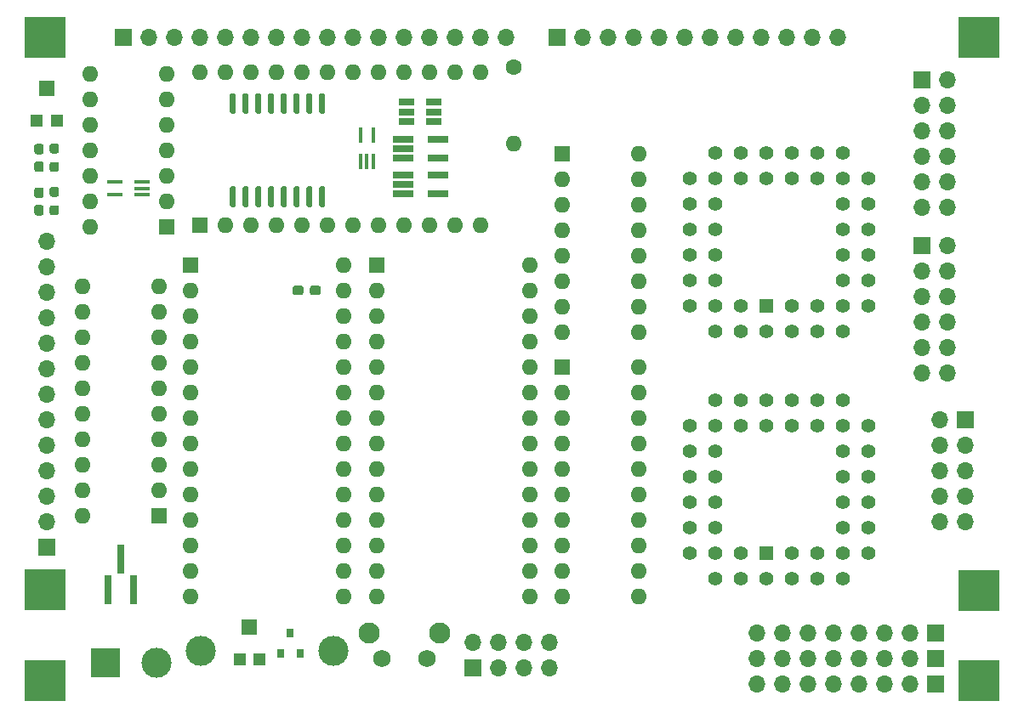
<source format=gts>
G04 #@! TF.GenerationSoftware,KiCad,Pcbnew,5.1.9*
G04 #@! TF.CreationDate,2021-05-01T23:47:32-07:00*
G04 #@! TF.ProjectId,P80C550-EVN,50383043-3535-4302-9d45-564e2e6b6963,rev?*
G04 #@! TF.SameCoordinates,Original*
G04 #@! TF.FileFunction,Soldermask,Top*
G04 #@! TF.FilePolarity,Negative*
%FSLAX46Y46*%
G04 Gerber Fmt 4.6, Leading zero omitted, Abs format (unit mm)*
G04 Created by KiCad (PCBNEW 5.1.9) date 2021-05-01 23:47:32*
%MOMM*%
%LPD*%
G01*
G04 APERTURE LIST*
%ADD10O,1.700000X1.700000*%
%ADD11R,1.700000X1.700000*%
%ADD12R,3.000000X3.000000*%
%ADD13C,3.000000*%
%ADD14R,0.400000X1.500000*%
%ADD15R,2.000000X0.650000*%
%ADD16R,1.560000X0.650000*%
%ADD17R,1.500000X0.400000*%
%ADD18R,0.650000X3.000000*%
%ADD19R,1.600000X1.500000*%
%ADD20R,1.200000X1.200000*%
%ADD21R,0.800000X0.900000*%
%ADD22R,4.100000X4.100000*%
%ADD23R,1.422400X1.422400*%
%ADD24C,1.422400*%
%ADD25O,1.600000X1.600000*%
%ADD26R,1.600000X1.600000*%
%ADD27C,2.100000*%
%ADD28C,1.750000*%
%ADD29C,1.600000*%
%ADD30R,4.099999X4.099999*%
G04 APERTURE END LIST*
D10*
X101105000Y-96099000D03*
X101105000Y-98639000D03*
X101105000Y-101179000D03*
X101105000Y-103719000D03*
X101105000Y-106259000D03*
X101105000Y-108799000D03*
X101105000Y-111339000D03*
X101105000Y-113879000D03*
X101105000Y-116419000D03*
X101105000Y-118959000D03*
X101105000Y-121499000D03*
X101105000Y-124039000D03*
D11*
X101105000Y-126579000D03*
D12*
X106934000Y-138049000D03*
D13*
X112014000Y-138049000D03*
D14*
X132304000Y-88138000D03*
X132954000Y-88138000D03*
X133604000Y-88138000D03*
X133604000Y-85478000D03*
X132304000Y-85478000D03*
D15*
X140013000Y-89474000D03*
X140013000Y-91374000D03*
X136593000Y-91374000D03*
X136593000Y-90424000D03*
X136593000Y-89474000D03*
X140013000Y-85918000D03*
X140013000Y-87818000D03*
X136593000Y-87818000D03*
X136593000Y-86868000D03*
X136593000Y-85918000D03*
D16*
X136953000Y-83185000D03*
X136953000Y-84135000D03*
X136953000Y-82235000D03*
X139653000Y-82235000D03*
X139653000Y-83185000D03*
X139653000Y-84135000D03*
D17*
X107890000Y-91455000D03*
X107890000Y-90155000D03*
X110550000Y-90155000D03*
X110550000Y-90805000D03*
X110550000Y-91455000D03*
D18*
X108483400Y-127760600D03*
X109753400Y-130760600D03*
X107213400Y-130760600D03*
G36*
G01*
X101616500Y-92500000D02*
X102091500Y-92500000D01*
G75*
G02*
X102329000Y-92737500I0J-237500D01*
G01*
X102329000Y-93237500D01*
G75*
G02*
X102091500Y-93475000I-237500J0D01*
G01*
X101616500Y-93475000D01*
G75*
G02*
X101379000Y-93237500I0J237500D01*
G01*
X101379000Y-92737500D01*
G75*
G02*
X101616500Y-92500000I237500J0D01*
G01*
G37*
G36*
G01*
X101616500Y-90675000D02*
X102091500Y-90675000D01*
G75*
G02*
X102329000Y-90912500I0J-237500D01*
G01*
X102329000Y-91412500D01*
G75*
G02*
X102091500Y-91650000I-237500J0D01*
G01*
X101616500Y-91650000D01*
G75*
G02*
X101379000Y-91412500I0J237500D01*
G01*
X101379000Y-90912500D01*
G75*
G02*
X101616500Y-90675000I237500J0D01*
G01*
G37*
G36*
G01*
X101616500Y-88182000D02*
X102091500Y-88182000D01*
G75*
G02*
X102329000Y-88419500I0J-237500D01*
G01*
X102329000Y-88919500D01*
G75*
G02*
X102091500Y-89157000I-237500J0D01*
G01*
X101616500Y-89157000D01*
G75*
G02*
X101379000Y-88919500I0J237500D01*
G01*
X101379000Y-88419500D01*
G75*
G02*
X101616500Y-88182000I237500J0D01*
G01*
G37*
G36*
G01*
X101616500Y-86357000D02*
X102091500Y-86357000D01*
G75*
G02*
X102329000Y-86594500I0J-237500D01*
G01*
X102329000Y-87094500D01*
G75*
G02*
X102091500Y-87332000I-237500J0D01*
G01*
X101616500Y-87332000D01*
G75*
G02*
X101379000Y-87094500I0J237500D01*
G01*
X101379000Y-86594500D01*
G75*
G02*
X101616500Y-86357000I237500J0D01*
G01*
G37*
G36*
G01*
X100092500Y-92461800D02*
X100567500Y-92461800D01*
G75*
G02*
X100805000Y-92699300I0J-237500D01*
G01*
X100805000Y-93274300D01*
G75*
G02*
X100567500Y-93511800I-237500J0D01*
G01*
X100092500Y-93511800D01*
G75*
G02*
X99855000Y-93274300I0J237500D01*
G01*
X99855000Y-92699300D01*
G75*
G02*
X100092500Y-92461800I237500J0D01*
G01*
G37*
G36*
G01*
X100092500Y-90711800D02*
X100567500Y-90711800D01*
G75*
G02*
X100805000Y-90949300I0J-237500D01*
G01*
X100805000Y-91524300D01*
G75*
G02*
X100567500Y-91761800I-237500J0D01*
G01*
X100092500Y-91761800D01*
G75*
G02*
X99855000Y-91524300I0J237500D01*
G01*
X99855000Y-90949300D01*
G75*
G02*
X100092500Y-90711800I237500J0D01*
G01*
G37*
G36*
G01*
X100092500Y-86371000D02*
X100567500Y-86371000D01*
G75*
G02*
X100805000Y-86608500I0J-237500D01*
G01*
X100805000Y-87183500D01*
G75*
G02*
X100567500Y-87421000I-237500J0D01*
G01*
X100092500Y-87421000D01*
G75*
G02*
X99855000Y-87183500I0J237500D01*
G01*
X99855000Y-86608500D01*
G75*
G02*
X100092500Y-86371000I237500J0D01*
G01*
G37*
G36*
G01*
X100092500Y-88121000D02*
X100567500Y-88121000D01*
G75*
G02*
X100805000Y-88358500I0J-237500D01*
G01*
X100805000Y-88933500D01*
G75*
G02*
X100567500Y-89171000I-237500J0D01*
G01*
X100092500Y-89171000D01*
G75*
G02*
X99855000Y-88933500I0J237500D01*
G01*
X99855000Y-88358500D01*
G75*
G02*
X100092500Y-88121000I237500J0D01*
G01*
G37*
D19*
X101092000Y-80846000D03*
D20*
X102092000Y-84096000D03*
X100092000Y-84096000D03*
D21*
X125349000Y-135128000D03*
X126299000Y-137128000D03*
X124399000Y-137128000D03*
D10*
X190005000Y-124039000D03*
X192545000Y-124039000D03*
X190005000Y-121499000D03*
X192545000Y-121499000D03*
X190005000Y-118959000D03*
X192545000Y-118959000D03*
X190005000Y-116419000D03*
X192545000Y-116419000D03*
X190005000Y-113879000D03*
D11*
X192545000Y-113879000D03*
D22*
X193925000Y-139827000D03*
X100925000Y-139827000D03*
D10*
X151130000Y-136017000D03*
X151130000Y-138557000D03*
X148590000Y-136017000D03*
X148590000Y-138557000D03*
X146050000Y-136017000D03*
X146050000Y-138557000D03*
X143510000Y-136017000D03*
D11*
X143510000Y-138557000D03*
X188214000Y-80010000D03*
D10*
X190754000Y-80010000D03*
X188214000Y-82550000D03*
X190754000Y-82550000D03*
X188214000Y-85090000D03*
X190754000Y-85090000D03*
X188214000Y-87630000D03*
X190754000Y-87630000D03*
X188214000Y-90170000D03*
X190754000Y-90170000D03*
X188214000Y-92710000D03*
X190754000Y-92710000D03*
D23*
X172720000Y-127127000D03*
D24*
X175260000Y-127127000D03*
X177800000Y-127127000D03*
X170180000Y-127127000D03*
X167640000Y-127127000D03*
X175260000Y-129667000D03*
X177800000Y-129667000D03*
X180340000Y-129667000D03*
X172720000Y-129667000D03*
X170180000Y-129667000D03*
X180340000Y-127127000D03*
X180340000Y-124587000D03*
X180340000Y-122047000D03*
X180340000Y-119507000D03*
X180340000Y-116967000D03*
X182880000Y-127127000D03*
X182880000Y-124587000D03*
X182880000Y-122047000D03*
X182880000Y-119507000D03*
X182880000Y-116967000D03*
X182880000Y-114427000D03*
X180340000Y-114427000D03*
X177800000Y-114427000D03*
X175260000Y-114427000D03*
X172720000Y-114427000D03*
X170180000Y-114427000D03*
X165100000Y-114427000D03*
X180340000Y-111887000D03*
X177800000Y-111887000D03*
X175260000Y-111887000D03*
X172720000Y-111887000D03*
X170180000Y-111887000D03*
X167640000Y-111887000D03*
X167640000Y-114427000D03*
X167640000Y-116967000D03*
X167640000Y-119507000D03*
X167640000Y-122047000D03*
X167640000Y-124587000D03*
X167640000Y-129667000D03*
X165100000Y-116967000D03*
X165100000Y-119507000D03*
X165100000Y-122047000D03*
X165100000Y-124587000D03*
X165100000Y-127127000D03*
D10*
X171831000Y-140208000D03*
X174371000Y-140208000D03*
X176911000Y-140208000D03*
X179451000Y-140208000D03*
X181991000Y-140208000D03*
X184531000Y-140208000D03*
X187071000Y-140208000D03*
D11*
X189611000Y-140208000D03*
D24*
X165100000Y-102489000D03*
X165100000Y-99949000D03*
X165100000Y-97409000D03*
X165100000Y-94869000D03*
X165100000Y-92329000D03*
X167640000Y-105029000D03*
X167640000Y-99949000D03*
X167640000Y-97409000D03*
X167640000Y-94869000D03*
X167640000Y-92329000D03*
X167640000Y-89789000D03*
X167640000Y-87249000D03*
X170180000Y-87249000D03*
X172720000Y-87249000D03*
X175260000Y-87249000D03*
X177800000Y-87249000D03*
X180340000Y-87249000D03*
X165100000Y-89789000D03*
X170180000Y-89789000D03*
X172720000Y-89789000D03*
X175260000Y-89789000D03*
X177800000Y-89789000D03*
X180340000Y-89789000D03*
X182880000Y-89789000D03*
X182880000Y-92329000D03*
X182880000Y-94869000D03*
X182880000Y-97409000D03*
X182880000Y-99949000D03*
X182880000Y-102489000D03*
X180340000Y-92329000D03*
X180340000Y-94869000D03*
X180340000Y-97409000D03*
X180340000Y-99949000D03*
X180340000Y-102489000D03*
X170180000Y-105029000D03*
X172720000Y-105029000D03*
X180340000Y-105029000D03*
X177800000Y-105029000D03*
X175260000Y-105029000D03*
X167640000Y-102489000D03*
X170180000Y-102489000D03*
X177800000Y-102489000D03*
X175260000Y-102489000D03*
D23*
X172720000Y-102489000D03*
D25*
X116332000Y-79248000D03*
X144272000Y-94488000D03*
X118872000Y-79248000D03*
X141732000Y-94488000D03*
X121412000Y-79248000D03*
X139192000Y-94488000D03*
X123952000Y-79248000D03*
X136652000Y-94488000D03*
X126492000Y-79248000D03*
X134112000Y-94488000D03*
X129032000Y-79248000D03*
X131572000Y-94488000D03*
X131572000Y-79248000D03*
X129032000Y-94488000D03*
X134112000Y-79248000D03*
X126492000Y-94488000D03*
X136652000Y-79248000D03*
X123952000Y-94488000D03*
X139192000Y-79248000D03*
X121412000Y-94488000D03*
X141732000Y-79248000D03*
X118872000Y-94488000D03*
X144272000Y-79248000D03*
D26*
X116332000Y-94488000D03*
D19*
X121285000Y-134493000D03*
D20*
X122285000Y-137743000D03*
X120285000Y-137743000D03*
D13*
X116463000Y-136906000D03*
X129663000Y-136906000D03*
D10*
X171831000Y-137668000D03*
X174371000Y-137668000D03*
X176911000Y-137668000D03*
X179451000Y-137668000D03*
X181991000Y-137668000D03*
X184531000Y-137668000D03*
X187071000Y-137668000D03*
D11*
X189611000Y-137668000D03*
D10*
X171831000Y-135128000D03*
X174371000Y-135128000D03*
X176911000Y-135128000D03*
X179451000Y-135128000D03*
X181991000Y-135128000D03*
X184531000Y-135128000D03*
X187071000Y-135128000D03*
D11*
X189611000Y-135128000D03*
D26*
X133959600Y-98425000D03*
D25*
X149199600Y-131445000D03*
X133959600Y-100965000D03*
X149199600Y-128905000D03*
X133959600Y-103505000D03*
X149199600Y-126365000D03*
X133959600Y-106045000D03*
X149199600Y-123825000D03*
X133959600Y-108585000D03*
X149199600Y-121285000D03*
X133959600Y-111125000D03*
X149199600Y-118745000D03*
X133959600Y-113665000D03*
X149199600Y-116205000D03*
X133959600Y-116205000D03*
X149199600Y-113665000D03*
X133959600Y-118745000D03*
X149199600Y-111125000D03*
X133959600Y-121285000D03*
X149199600Y-108585000D03*
X133959600Y-123825000D03*
X149199600Y-106045000D03*
X133959600Y-126365000D03*
X149199600Y-103505000D03*
X133959600Y-128905000D03*
X149199600Y-100965000D03*
X133959600Y-131445000D03*
X149199600Y-98425000D03*
D27*
X133178000Y-135128000D03*
D28*
X134438000Y-137618000D03*
X138938000Y-137618000D03*
D27*
X140188000Y-135128000D03*
D11*
X188214000Y-96520000D03*
D10*
X190754000Y-96520000D03*
X188214000Y-99060000D03*
X190754000Y-99060000D03*
X188214000Y-101600000D03*
X190754000Y-101600000D03*
X188214000Y-104140000D03*
X190754000Y-104140000D03*
X188214000Y-106680000D03*
X190754000Y-106680000D03*
X188214000Y-109220000D03*
X190754000Y-109220000D03*
G36*
G01*
X128373500Y-100727500D02*
X128373500Y-101202500D01*
G75*
G02*
X128136000Y-101440000I-237500J0D01*
G01*
X127536000Y-101440000D01*
G75*
G02*
X127298500Y-101202500I0J237500D01*
G01*
X127298500Y-100727500D01*
G75*
G02*
X127536000Y-100490000I237500J0D01*
G01*
X128136000Y-100490000D01*
G75*
G02*
X128373500Y-100727500I0J-237500D01*
G01*
G37*
G36*
G01*
X126648500Y-100727500D02*
X126648500Y-101202500D01*
G75*
G02*
X126411000Y-101440000I-237500J0D01*
G01*
X125811000Y-101440000D01*
G75*
G02*
X125573500Y-101202500I0J237500D01*
G01*
X125573500Y-100727500D01*
G75*
G02*
X125811000Y-100490000I237500J0D01*
G01*
X126411000Y-100490000D01*
G75*
G02*
X126648500Y-100727500I0J-237500D01*
G01*
G37*
D25*
X147574000Y-86360000D03*
D29*
X147574000Y-78740000D03*
D11*
X151905000Y-75779000D03*
D10*
X154445000Y-75779000D03*
X156985000Y-75779000D03*
X159525000Y-75779000D03*
X162065000Y-75779000D03*
X164605000Y-75779000D03*
X167145000Y-75779000D03*
X169685000Y-75779000D03*
X172225000Y-75779000D03*
X174765000Y-75779000D03*
X177305000Y-75779000D03*
X179845000Y-75779000D03*
D25*
X130683000Y-98425000D03*
X115443000Y-131445000D03*
X130683000Y-100965000D03*
X115443000Y-128905000D03*
X130683000Y-103505000D03*
X115443000Y-126365000D03*
X130683000Y-106045000D03*
X115443000Y-123825000D03*
X130683000Y-108585000D03*
X115443000Y-121285000D03*
X130683000Y-111125000D03*
X115443000Y-118745000D03*
X130683000Y-113665000D03*
X115443000Y-116205000D03*
X130683000Y-116205000D03*
X115443000Y-113665000D03*
X130683000Y-118745000D03*
X115443000Y-111125000D03*
X130683000Y-121285000D03*
X115443000Y-108585000D03*
X130683000Y-123825000D03*
X115443000Y-106045000D03*
X130683000Y-126365000D03*
X115443000Y-103505000D03*
X130683000Y-128905000D03*
X115443000Y-100965000D03*
X130683000Y-131445000D03*
D26*
X115443000Y-98425000D03*
D25*
X104648000Y-123444000D03*
X112268000Y-100584000D03*
X104648000Y-120904000D03*
X112268000Y-103124000D03*
X104648000Y-118364000D03*
X112268000Y-105664000D03*
X104648000Y-115824000D03*
X112268000Y-108204000D03*
X104648000Y-113284000D03*
X112268000Y-110744000D03*
X104648000Y-110744000D03*
X112268000Y-113284000D03*
X104648000Y-108204000D03*
X112268000Y-115824000D03*
X104648000Y-105664000D03*
X112268000Y-118364000D03*
X104648000Y-103124000D03*
X112268000Y-120904000D03*
X104648000Y-100584000D03*
D26*
X112268000Y-123444000D03*
G36*
G01*
X128374000Y-81320000D02*
X128674000Y-81320000D01*
G75*
G02*
X128824000Y-81470000I0J-150000D01*
G01*
X128824000Y-83220000D01*
G75*
G02*
X128674000Y-83370000I-150000J0D01*
G01*
X128374000Y-83370000D01*
G75*
G02*
X128224000Y-83220000I0J150000D01*
G01*
X128224000Y-81470000D01*
G75*
G02*
X128374000Y-81320000I150000J0D01*
G01*
G37*
G36*
G01*
X127104000Y-81320000D02*
X127404000Y-81320000D01*
G75*
G02*
X127554000Y-81470000I0J-150000D01*
G01*
X127554000Y-83220000D01*
G75*
G02*
X127404000Y-83370000I-150000J0D01*
G01*
X127104000Y-83370000D01*
G75*
G02*
X126954000Y-83220000I0J150000D01*
G01*
X126954000Y-81470000D01*
G75*
G02*
X127104000Y-81320000I150000J0D01*
G01*
G37*
G36*
G01*
X125834000Y-81320000D02*
X126134000Y-81320000D01*
G75*
G02*
X126284000Y-81470000I0J-150000D01*
G01*
X126284000Y-83220000D01*
G75*
G02*
X126134000Y-83370000I-150000J0D01*
G01*
X125834000Y-83370000D01*
G75*
G02*
X125684000Y-83220000I0J150000D01*
G01*
X125684000Y-81470000D01*
G75*
G02*
X125834000Y-81320000I150000J0D01*
G01*
G37*
G36*
G01*
X124564000Y-81320000D02*
X124864000Y-81320000D01*
G75*
G02*
X125014000Y-81470000I0J-150000D01*
G01*
X125014000Y-83220000D01*
G75*
G02*
X124864000Y-83370000I-150000J0D01*
G01*
X124564000Y-83370000D01*
G75*
G02*
X124414000Y-83220000I0J150000D01*
G01*
X124414000Y-81470000D01*
G75*
G02*
X124564000Y-81320000I150000J0D01*
G01*
G37*
G36*
G01*
X123294000Y-81320000D02*
X123594000Y-81320000D01*
G75*
G02*
X123744000Y-81470000I0J-150000D01*
G01*
X123744000Y-83220000D01*
G75*
G02*
X123594000Y-83370000I-150000J0D01*
G01*
X123294000Y-83370000D01*
G75*
G02*
X123144000Y-83220000I0J150000D01*
G01*
X123144000Y-81470000D01*
G75*
G02*
X123294000Y-81320000I150000J0D01*
G01*
G37*
G36*
G01*
X122024000Y-81320000D02*
X122324000Y-81320000D01*
G75*
G02*
X122474000Y-81470000I0J-150000D01*
G01*
X122474000Y-83220000D01*
G75*
G02*
X122324000Y-83370000I-150000J0D01*
G01*
X122024000Y-83370000D01*
G75*
G02*
X121874000Y-83220000I0J150000D01*
G01*
X121874000Y-81470000D01*
G75*
G02*
X122024000Y-81320000I150000J0D01*
G01*
G37*
G36*
G01*
X120754000Y-81320000D02*
X121054000Y-81320000D01*
G75*
G02*
X121204000Y-81470000I0J-150000D01*
G01*
X121204000Y-83220000D01*
G75*
G02*
X121054000Y-83370000I-150000J0D01*
G01*
X120754000Y-83370000D01*
G75*
G02*
X120604000Y-83220000I0J150000D01*
G01*
X120604000Y-81470000D01*
G75*
G02*
X120754000Y-81320000I150000J0D01*
G01*
G37*
G36*
G01*
X119484000Y-81320000D02*
X119784000Y-81320000D01*
G75*
G02*
X119934000Y-81470000I0J-150000D01*
G01*
X119934000Y-83220000D01*
G75*
G02*
X119784000Y-83370000I-150000J0D01*
G01*
X119484000Y-83370000D01*
G75*
G02*
X119334000Y-83220000I0J150000D01*
G01*
X119334000Y-81470000D01*
G75*
G02*
X119484000Y-81320000I150000J0D01*
G01*
G37*
G36*
G01*
X119484000Y-90620000D02*
X119784000Y-90620000D01*
G75*
G02*
X119934000Y-90770000I0J-150000D01*
G01*
X119934000Y-92520000D01*
G75*
G02*
X119784000Y-92670000I-150000J0D01*
G01*
X119484000Y-92670000D01*
G75*
G02*
X119334000Y-92520000I0J150000D01*
G01*
X119334000Y-90770000D01*
G75*
G02*
X119484000Y-90620000I150000J0D01*
G01*
G37*
G36*
G01*
X120754000Y-90620000D02*
X121054000Y-90620000D01*
G75*
G02*
X121204000Y-90770000I0J-150000D01*
G01*
X121204000Y-92520000D01*
G75*
G02*
X121054000Y-92670000I-150000J0D01*
G01*
X120754000Y-92670000D01*
G75*
G02*
X120604000Y-92520000I0J150000D01*
G01*
X120604000Y-90770000D01*
G75*
G02*
X120754000Y-90620000I150000J0D01*
G01*
G37*
G36*
G01*
X122024000Y-90620000D02*
X122324000Y-90620000D01*
G75*
G02*
X122474000Y-90770000I0J-150000D01*
G01*
X122474000Y-92520000D01*
G75*
G02*
X122324000Y-92670000I-150000J0D01*
G01*
X122024000Y-92670000D01*
G75*
G02*
X121874000Y-92520000I0J150000D01*
G01*
X121874000Y-90770000D01*
G75*
G02*
X122024000Y-90620000I150000J0D01*
G01*
G37*
G36*
G01*
X123294000Y-90620000D02*
X123594000Y-90620000D01*
G75*
G02*
X123744000Y-90770000I0J-150000D01*
G01*
X123744000Y-92520000D01*
G75*
G02*
X123594000Y-92670000I-150000J0D01*
G01*
X123294000Y-92670000D01*
G75*
G02*
X123144000Y-92520000I0J150000D01*
G01*
X123144000Y-90770000D01*
G75*
G02*
X123294000Y-90620000I150000J0D01*
G01*
G37*
G36*
G01*
X124564000Y-90620000D02*
X124864000Y-90620000D01*
G75*
G02*
X125014000Y-90770000I0J-150000D01*
G01*
X125014000Y-92520000D01*
G75*
G02*
X124864000Y-92670000I-150000J0D01*
G01*
X124564000Y-92670000D01*
G75*
G02*
X124414000Y-92520000I0J150000D01*
G01*
X124414000Y-90770000D01*
G75*
G02*
X124564000Y-90620000I150000J0D01*
G01*
G37*
G36*
G01*
X125834000Y-90620000D02*
X126134000Y-90620000D01*
G75*
G02*
X126284000Y-90770000I0J-150000D01*
G01*
X126284000Y-92520000D01*
G75*
G02*
X126134000Y-92670000I-150000J0D01*
G01*
X125834000Y-92670000D01*
G75*
G02*
X125684000Y-92520000I0J150000D01*
G01*
X125684000Y-90770000D01*
G75*
G02*
X125834000Y-90620000I150000J0D01*
G01*
G37*
G36*
G01*
X127104000Y-90620000D02*
X127404000Y-90620000D01*
G75*
G02*
X127554000Y-90770000I0J-150000D01*
G01*
X127554000Y-92520000D01*
G75*
G02*
X127404000Y-92670000I-150000J0D01*
G01*
X127104000Y-92670000D01*
G75*
G02*
X126954000Y-92520000I0J150000D01*
G01*
X126954000Y-90770000D01*
G75*
G02*
X127104000Y-90620000I150000J0D01*
G01*
G37*
G36*
G01*
X128374000Y-90620000D02*
X128674000Y-90620000D01*
G75*
G02*
X128824000Y-90770000I0J-150000D01*
G01*
X128824000Y-92520000D01*
G75*
G02*
X128674000Y-92670000I-150000J0D01*
G01*
X128374000Y-92670000D01*
G75*
G02*
X128224000Y-92520000I0J150000D01*
G01*
X128224000Y-90770000D01*
G75*
G02*
X128374000Y-90620000I150000J0D01*
G01*
G37*
D22*
X100925000Y-75779000D03*
D26*
X152450800Y-108585000D03*
D25*
X160070800Y-131445000D03*
X152450800Y-111125000D03*
X160070800Y-128905000D03*
X152450800Y-113665000D03*
X160070800Y-126365000D03*
X152450800Y-116205000D03*
X160070800Y-123825000D03*
X152450800Y-118745000D03*
X160070800Y-121285000D03*
X152450800Y-121285000D03*
X160070800Y-118745000D03*
X152450800Y-123825000D03*
X160070800Y-116205000D03*
X152450800Y-126365000D03*
X160070800Y-113665000D03*
X152450800Y-128905000D03*
X160070800Y-111125000D03*
X152450800Y-131445000D03*
X160070800Y-108585000D03*
D26*
X113030000Y-94615000D03*
D25*
X105410000Y-79375000D03*
X113030000Y-92075000D03*
X105410000Y-81915000D03*
X113030000Y-89535000D03*
X105410000Y-84455000D03*
X113030000Y-86995000D03*
X105410000Y-86995000D03*
X113030000Y-84455000D03*
X105410000Y-89535000D03*
X113030000Y-81915000D03*
X105410000Y-92075000D03*
X113030000Y-79375000D03*
X105410000Y-94615000D03*
D22*
X193925000Y-75779000D03*
X100925000Y-130779000D03*
D30*
X193925000Y-130879000D03*
D10*
X146825000Y-75779000D03*
X144285000Y-75779000D03*
X141745000Y-75779000D03*
X139205000Y-75779000D03*
X136665000Y-75779000D03*
X134125000Y-75779000D03*
X131585000Y-75779000D03*
X129045000Y-75779000D03*
X126505000Y-75779000D03*
X123965000Y-75779000D03*
X121425000Y-75779000D03*
X118885000Y-75779000D03*
X116345000Y-75779000D03*
X113805000Y-75779000D03*
X111265000Y-75779000D03*
D11*
X108725000Y-75779000D03*
D26*
X152400000Y-87376000D03*
D25*
X160020000Y-105156000D03*
X152400000Y-89916000D03*
X160020000Y-102616000D03*
X152400000Y-92456000D03*
X160020000Y-100076000D03*
X152400000Y-94996000D03*
X160020000Y-97536000D03*
X152400000Y-97536000D03*
X160020000Y-94996000D03*
X152400000Y-100076000D03*
X160020000Y-92456000D03*
X152400000Y-102616000D03*
X160020000Y-89916000D03*
X152400000Y-105156000D03*
X160020000Y-87376000D03*
M02*

</source>
